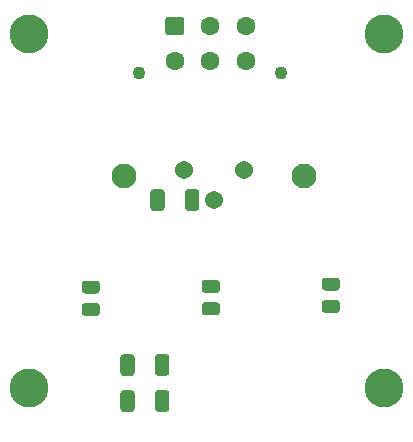
<source format=gbr>
G04 #@! TF.GenerationSoftware,KiCad,Pcbnew,(5.1.6)-1*
G04 #@! TF.CreationDate,2021-06-24T15:04:22+10:00*
G04 #@! TF.ProjectId,BSPD_Accumulator,42535044-5f41-4636-9375-6d756c61746f,rev?*
G04 #@! TF.SameCoordinates,Original*
G04 #@! TF.FileFunction,Soldermask,Bot*
G04 #@! TF.FilePolarity,Negative*
%FSLAX46Y46*%
G04 Gerber Fmt 4.6, Leading zero omitted, Abs format (unit mm)*
G04 Created by KiCad (PCBNEW (5.1.6)-1) date 2021-06-24 15:04:22*
%MOMM*%
%LPD*%
G01*
G04 APERTURE LIST*
%ADD10C,1.100000*%
%ADD11C,1.600000*%
%ADD12C,3.300000*%
%ADD13C,1.540000*%
%ADD14C,2.100000*%
G04 APERTURE END LIST*
D10*
X82344000Y-49660000D03*
X94344000Y-49660000D03*
G36*
G01*
X84544000Y-46253333D02*
X84544000Y-45186667D01*
G75*
G02*
X84810667Y-44920000I266667J0D01*
G01*
X85877333Y-44920000D01*
G75*
G02*
X86144000Y-45186667I0J-266667D01*
G01*
X86144000Y-46253333D01*
G75*
G02*
X85877333Y-46520000I-266667J0D01*
G01*
X84810667Y-46520000D01*
G75*
G02*
X84544000Y-46253333I0J266667D01*
G01*
G37*
D11*
X88344000Y-45720000D03*
X91344000Y-45720000D03*
X85344000Y-48720000D03*
X88344000Y-48720000D03*
X91344000Y-48720000D03*
D12*
X73025000Y-76355000D03*
X103025000Y-76355000D03*
X103025000Y-46355000D03*
X73025000Y-46355000D03*
G36*
G01*
X87892000Y-69107000D02*
X88892000Y-69107000D01*
G75*
G02*
X89167000Y-69382000I0J-275000D01*
G01*
X89167000Y-69932000D01*
G75*
G02*
X88892000Y-70207000I-275000J0D01*
G01*
X87892000Y-70207000D01*
G75*
G02*
X87617000Y-69932000I0J275000D01*
G01*
X87617000Y-69382000D01*
G75*
G02*
X87892000Y-69107000I275000J0D01*
G01*
G37*
G36*
G01*
X87892000Y-67207000D02*
X88892000Y-67207000D01*
G75*
G02*
X89167000Y-67482000I0J-275000D01*
G01*
X89167000Y-68032000D01*
G75*
G02*
X88892000Y-68307000I-275000J0D01*
G01*
X87892000Y-68307000D01*
G75*
G02*
X87617000Y-68032000I0J275000D01*
G01*
X87617000Y-67482000D01*
G75*
G02*
X87892000Y-67207000I275000J0D01*
G01*
G37*
G36*
G01*
X98052000Y-67016500D02*
X99052000Y-67016500D01*
G75*
G02*
X99327000Y-67291500I0J-275000D01*
G01*
X99327000Y-67841500D01*
G75*
G02*
X99052000Y-68116500I-275000J0D01*
G01*
X98052000Y-68116500D01*
G75*
G02*
X97777000Y-67841500I0J275000D01*
G01*
X97777000Y-67291500D01*
G75*
G02*
X98052000Y-67016500I275000J0D01*
G01*
G37*
G36*
G01*
X98052000Y-68916500D02*
X99052000Y-68916500D01*
G75*
G02*
X99327000Y-69191500I0J-275000D01*
G01*
X99327000Y-69741500D01*
G75*
G02*
X99052000Y-70016500I-275000J0D01*
G01*
X98052000Y-70016500D01*
G75*
G02*
X97777000Y-69741500I0J275000D01*
G01*
X97777000Y-69191500D01*
G75*
G02*
X98052000Y-68916500I275000J0D01*
G01*
G37*
G36*
G01*
X77732000Y-67270500D02*
X78732000Y-67270500D01*
G75*
G02*
X79007000Y-67545500I0J-275000D01*
G01*
X79007000Y-68095500D01*
G75*
G02*
X78732000Y-68370500I-275000J0D01*
G01*
X77732000Y-68370500D01*
G75*
G02*
X77457000Y-68095500I0J275000D01*
G01*
X77457000Y-67545500D01*
G75*
G02*
X77732000Y-67270500I275000J0D01*
G01*
G37*
G36*
G01*
X77732000Y-69170500D02*
X78732000Y-69170500D01*
G75*
G02*
X79007000Y-69445500I0J-275000D01*
G01*
X79007000Y-69995500D01*
G75*
G02*
X78732000Y-70270500I-275000J0D01*
G01*
X77732000Y-70270500D01*
G75*
G02*
X77457000Y-69995500I0J275000D01*
G01*
X77457000Y-69445500D01*
G75*
G02*
X77732000Y-69170500I275000J0D01*
G01*
G37*
G36*
G01*
X83269000Y-61104779D02*
X83269000Y-59799221D01*
G75*
G02*
X83541221Y-59527000I272221J0D01*
G01*
X84221779Y-59527000D01*
G75*
G02*
X84494000Y-59799221I0J-272221D01*
G01*
X84494000Y-61104779D01*
G75*
G02*
X84221779Y-61377000I-272221J0D01*
G01*
X83541221Y-61377000D01*
G75*
G02*
X83269000Y-61104779I0J272221D01*
G01*
G37*
G36*
G01*
X86194000Y-61104779D02*
X86194000Y-59799221D01*
G75*
G02*
X86466221Y-59527000I272221J0D01*
G01*
X87146779Y-59527000D01*
G75*
G02*
X87419000Y-59799221I0J-272221D01*
G01*
X87419000Y-61104779D01*
G75*
G02*
X87146779Y-61377000I-272221J0D01*
G01*
X86466221Y-61377000D01*
G75*
G02*
X86194000Y-61104779I0J272221D01*
G01*
G37*
G36*
G01*
X83654000Y-75074779D02*
X83654000Y-73769221D01*
G75*
G02*
X83926221Y-73497000I272221J0D01*
G01*
X84606779Y-73497000D01*
G75*
G02*
X84879000Y-73769221I0J-272221D01*
G01*
X84879000Y-75074779D01*
G75*
G02*
X84606779Y-75347000I-272221J0D01*
G01*
X83926221Y-75347000D01*
G75*
G02*
X83654000Y-75074779I0J272221D01*
G01*
G37*
G36*
G01*
X80729000Y-75074779D02*
X80729000Y-73769221D01*
G75*
G02*
X81001221Y-73497000I272221J0D01*
G01*
X81681779Y-73497000D01*
G75*
G02*
X81954000Y-73769221I0J-272221D01*
G01*
X81954000Y-75074779D01*
G75*
G02*
X81681779Y-75347000I-272221J0D01*
G01*
X81001221Y-75347000D01*
G75*
G02*
X80729000Y-75074779I0J272221D01*
G01*
G37*
G36*
G01*
X80729000Y-78122779D02*
X80729000Y-76817221D01*
G75*
G02*
X81001221Y-76545000I272221J0D01*
G01*
X81681779Y-76545000D01*
G75*
G02*
X81954000Y-76817221I0J-272221D01*
G01*
X81954000Y-78122779D01*
G75*
G02*
X81681779Y-78395000I-272221J0D01*
G01*
X81001221Y-78395000D01*
G75*
G02*
X80729000Y-78122779I0J272221D01*
G01*
G37*
G36*
G01*
X83654000Y-78122779D02*
X83654000Y-76817221D01*
G75*
G02*
X83926221Y-76545000I272221J0D01*
G01*
X84606779Y-76545000D01*
G75*
G02*
X84879000Y-76817221I0J-272221D01*
G01*
X84879000Y-78122779D01*
G75*
G02*
X84606779Y-78395000I-272221J0D01*
G01*
X83926221Y-78395000D01*
G75*
G02*
X83654000Y-78122779I0J272221D01*
G01*
G37*
D13*
X91186000Y-57912000D03*
X88646000Y-60452000D03*
X86106000Y-57912000D03*
D14*
X96266000Y-58420000D03*
X81026000Y-58420000D03*
M02*

</source>
